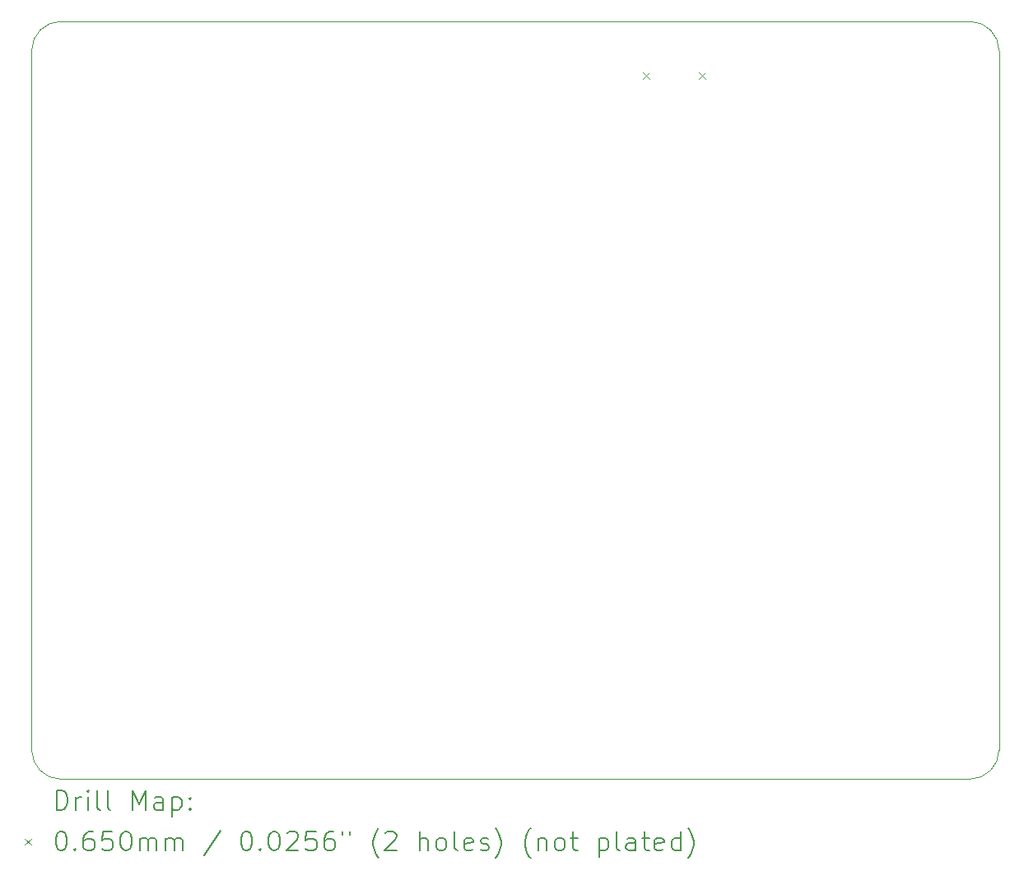
<source format=gbr>
%TF.GenerationSoftware,KiCad,Pcbnew,8.0.8-8.0.8-0~ubuntu22.04.1*%
%TF.CreationDate,2025-02-25T18:23:06-05:00*%
%TF.ProjectId,tinytapeout-demo,74696e79-7461-4706-956f-75742d64656d,2.1.2*%
%TF.SameCoordinates,PX38be5e0PY7d687e0*%
%TF.FileFunction,Drillmap*%
%TF.FilePolarity,Positive*%
%FSLAX45Y45*%
G04 Gerber Fmt 4.5, Leading zero omitted, Abs format (unit mm)*
G04 Created by KiCad (PCBNEW 8.0.8-8.0.8-0~ubuntu22.04.1) date 2025-02-25 18:23:06*
%MOMM*%
%LPD*%
G01*
G04 APERTURE LIST*
%ADD10C,0.100000*%
%ADD11C,0.200000*%
G04 APERTURE END LIST*
D10*
X15600000Y-5350000D02*
G75*
G02*
X15900000Y-5650000I0J-300000D01*
G01*
X6250000Y-5350000D02*
X15600000Y-5350000D01*
X15600000Y-13150000D02*
X6250000Y-13150000D01*
X15900000Y-5650000D02*
X15900000Y-12850000D01*
X6250000Y-13150000D02*
G75*
G02*
X5950000Y-12850000I0J300000D01*
G01*
X5950000Y-5650000D02*
G75*
G02*
X6250000Y-5350000I300000J0D01*
G01*
X5950000Y-12850000D02*
X5950000Y-5650000D01*
X15900000Y-12850000D02*
G75*
G02*
X15600000Y-13150000I-300000J0D01*
G01*
D11*
D10*
X12238500Y-5877500D02*
X12303500Y-5942500D01*
X12303500Y-5877500D02*
X12238500Y-5942500D01*
X12816500Y-5877500D02*
X12881500Y-5942500D01*
X12881500Y-5877500D02*
X12816500Y-5942500D01*
D11*
X6205777Y-13466484D02*
X6205777Y-13266484D01*
X6205777Y-13266484D02*
X6253396Y-13266484D01*
X6253396Y-13266484D02*
X6281967Y-13276008D01*
X6281967Y-13276008D02*
X6301015Y-13295055D01*
X6301015Y-13295055D02*
X6310539Y-13314103D01*
X6310539Y-13314103D02*
X6320062Y-13352198D01*
X6320062Y-13352198D02*
X6320062Y-13380769D01*
X6320062Y-13380769D02*
X6310539Y-13418865D01*
X6310539Y-13418865D02*
X6301015Y-13437912D01*
X6301015Y-13437912D02*
X6281967Y-13456960D01*
X6281967Y-13456960D02*
X6253396Y-13466484D01*
X6253396Y-13466484D02*
X6205777Y-13466484D01*
X6405777Y-13466484D02*
X6405777Y-13333150D01*
X6405777Y-13371246D02*
X6415301Y-13352198D01*
X6415301Y-13352198D02*
X6424824Y-13342674D01*
X6424824Y-13342674D02*
X6443872Y-13333150D01*
X6443872Y-13333150D02*
X6462920Y-13333150D01*
X6529586Y-13466484D02*
X6529586Y-13333150D01*
X6529586Y-13266484D02*
X6520062Y-13276008D01*
X6520062Y-13276008D02*
X6529586Y-13285531D01*
X6529586Y-13285531D02*
X6539110Y-13276008D01*
X6539110Y-13276008D02*
X6529586Y-13266484D01*
X6529586Y-13266484D02*
X6529586Y-13285531D01*
X6653396Y-13466484D02*
X6634348Y-13456960D01*
X6634348Y-13456960D02*
X6624824Y-13437912D01*
X6624824Y-13437912D02*
X6624824Y-13266484D01*
X6758158Y-13466484D02*
X6739110Y-13456960D01*
X6739110Y-13456960D02*
X6729586Y-13437912D01*
X6729586Y-13437912D02*
X6729586Y-13266484D01*
X6986729Y-13466484D02*
X6986729Y-13266484D01*
X6986729Y-13266484D02*
X7053396Y-13409341D01*
X7053396Y-13409341D02*
X7120062Y-13266484D01*
X7120062Y-13266484D02*
X7120062Y-13466484D01*
X7301015Y-13466484D02*
X7301015Y-13361722D01*
X7301015Y-13361722D02*
X7291491Y-13342674D01*
X7291491Y-13342674D02*
X7272443Y-13333150D01*
X7272443Y-13333150D02*
X7234348Y-13333150D01*
X7234348Y-13333150D02*
X7215301Y-13342674D01*
X7301015Y-13456960D02*
X7281967Y-13466484D01*
X7281967Y-13466484D02*
X7234348Y-13466484D01*
X7234348Y-13466484D02*
X7215301Y-13456960D01*
X7215301Y-13456960D02*
X7205777Y-13437912D01*
X7205777Y-13437912D02*
X7205777Y-13418865D01*
X7205777Y-13418865D02*
X7215301Y-13399817D01*
X7215301Y-13399817D02*
X7234348Y-13390293D01*
X7234348Y-13390293D02*
X7281967Y-13390293D01*
X7281967Y-13390293D02*
X7301015Y-13380769D01*
X7396253Y-13333150D02*
X7396253Y-13533150D01*
X7396253Y-13342674D02*
X7415301Y-13333150D01*
X7415301Y-13333150D02*
X7453396Y-13333150D01*
X7453396Y-13333150D02*
X7472443Y-13342674D01*
X7472443Y-13342674D02*
X7481967Y-13352198D01*
X7481967Y-13352198D02*
X7491491Y-13371246D01*
X7491491Y-13371246D02*
X7491491Y-13428388D01*
X7491491Y-13428388D02*
X7481967Y-13447436D01*
X7481967Y-13447436D02*
X7472443Y-13456960D01*
X7472443Y-13456960D02*
X7453396Y-13466484D01*
X7453396Y-13466484D02*
X7415301Y-13466484D01*
X7415301Y-13466484D02*
X7396253Y-13456960D01*
X7577205Y-13447436D02*
X7586729Y-13456960D01*
X7586729Y-13456960D02*
X7577205Y-13466484D01*
X7577205Y-13466484D02*
X7567682Y-13456960D01*
X7567682Y-13456960D02*
X7577205Y-13447436D01*
X7577205Y-13447436D02*
X7577205Y-13466484D01*
X7577205Y-13342674D02*
X7586729Y-13352198D01*
X7586729Y-13352198D02*
X7577205Y-13361722D01*
X7577205Y-13361722D02*
X7567682Y-13352198D01*
X7567682Y-13352198D02*
X7577205Y-13342674D01*
X7577205Y-13342674D02*
X7577205Y-13361722D01*
D10*
X5880000Y-13762500D02*
X5945000Y-13827500D01*
X5945000Y-13762500D02*
X5880000Y-13827500D01*
D11*
X6243872Y-13686484D02*
X6262920Y-13686484D01*
X6262920Y-13686484D02*
X6281967Y-13696008D01*
X6281967Y-13696008D02*
X6291491Y-13705531D01*
X6291491Y-13705531D02*
X6301015Y-13724579D01*
X6301015Y-13724579D02*
X6310539Y-13762674D01*
X6310539Y-13762674D02*
X6310539Y-13810293D01*
X6310539Y-13810293D02*
X6301015Y-13848388D01*
X6301015Y-13848388D02*
X6291491Y-13867436D01*
X6291491Y-13867436D02*
X6281967Y-13876960D01*
X6281967Y-13876960D02*
X6262920Y-13886484D01*
X6262920Y-13886484D02*
X6243872Y-13886484D01*
X6243872Y-13886484D02*
X6224824Y-13876960D01*
X6224824Y-13876960D02*
X6215301Y-13867436D01*
X6215301Y-13867436D02*
X6205777Y-13848388D01*
X6205777Y-13848388D02*
X6196253Y-13810293D01*
X6196253Y-13810293D02*
X6196253Y-13762674D01*
X6196253Y-13762674D02*
X6205777Y-13724579D01*
X6205777Y-13724579D02*
X6215301Y-13705531D01*
X6215301Y-13705531D02*
X6224824Y-13696008D01*
X6224824Y-13696008D02*
X6243872Y-13686484D01*
X6396253Y-13867436D02*
X6405777Y-13876960D01*
X6405777Y-13876960D02*
X6396253Y-13886484D01*
X6396253Y-13886484D02*
X6386729Y-13876960D01*
X6386729Y-13876960D02*
X6396253Y-13867436D01*
X6396253Y-13867436D02*
X6396253Y-13886484D01*
X6577205Y-13686484D02*
X6539110Y-13686484D01*
X6539110Y-13686484D02*
X6520062Y-13696008D01*
X6520062Y-13696008D02*
X6510539Y-13705531D01*
X6510539Y-13705531D02*
X6491491Y-13734103D01*
X6491491Y-13734103D02*
X6481967Y-13772198D01*
X6481967Y-13772198D02*
X6481967Y-13848388D01*
X6481967Y-13848388D02*
X6491491Y-13867436D01*
X6491491Y-13867436D02*
X6501015Y-13876960D01*
X6501015Y-13876960D02*
X6520062Y-13886484D01*
X6520062Y-13886484D02*
X6558158Y-13886484D01*
X6558158Y-13886484D02*
X6577205Y-13876960D01*
X6577205Y-13876960D02*
X6586729Y-13867436D01*
X6586729Y-13867436D02*
X6596253Y-13848388D01*
X6596253Y-13848388D02*
X6596253Y-13800769D01*
X6596253Y-13800769D02*
X6586729Y-13781722D01*
X6586729Y-13781722D02*
X6577205Y-13772198D01*
X6577205Y-13772198D02*
X6558158Y-13762674D01*
X6558158Y-13762674D02*
X6520062Y-13762674D01*
X6520062Y-13762674D02*
X6501015Y-13772198D01*
X6501015Y-13772198D02*
X6491491Y-13781722D01*
X6491491Y-13781722D02*
X6481967Y-13800769D01*
X6777205Y-13686484D02*
X6681967Y-13686484D01*
X6681967Y-13686484D02*
X6672443Y-13781722D01*
X6672443Y-13781722D02*
X6681967Y-13772198D01*
X6681967Y-13772198D02*
X6701015Y-13762674D01*
X6701015Y-13762674D02*
X6748634Y-13762674D01*
X6748634Y-13762674D02*
X6767682Y-13772198D01*
X6767682Y-13772198D02*
X6777205Y-13781722D01*
X6777205Y-13781722D02*
X6786729Y-13800769D01*
X6786729Y-13800769D02*
X6786729Y-13848388D01*
X6786729Y-13848388D02*
X6777205Y-13867436D01*
X6777205Y-13867436D02*
X6767682Y-13876960D01*
X6767682Y-13876960D02*
X6748634Y-13886484D01*
X6748634Y-13886484D02*
X6701015Y-13886484D01*
X6701015Y-13886484D02*
X6681967Y-13876960D01*
X6681967Y-13876960D02*
X6672443Y-13867436D01*
X6910539Y-13686484D02*
X6929586Y-13686484D01*
X6929586Y-13686484D02*
X6948634Y-13696008D01*
X6948634Y-13696008D02*
X6958158Y-13705531D01*
X6958158Y-13705531D02*
X6967682Y-13724579D01*
X6967682Y-13724579D02*
X6977205Y-13762674D01*
X6977205Y-13762674D02*
X6977205Y-13810293D01*
X6977205Y-13810293D02*
X6967682Y-13848388D01*
X6967682Y-13848388D02*
X6958158Y-13867436D01*
X6958158Y-13867436D02*
X6948634Y-13876960D01*
X6948634Y-13876960D02*
X6929586Y-13886484D01*
X6929586Y-13886484D02*
X6910539Y-13886484D01*
X6910539Y-13886484D02*
X6891491Y-13876960D01*
X6891491Y-13876960D02*
X6881967Y-13867436D01*
X6881967Y-13867436D02*
X6872443Y-13848388D01*
X6872443Y-13848388D02*
X6862920Y-13810293D01*
X6862920Y-13810293D02*
X6862920Y-13762674D01*
X6862920Y-13762674D02*
X6872443Y-13724579D01*
X6872443Y-13724579D02*
X6881967Y-13705531D01*
X6881967Y-13705531D02*
X6891491Y-13696008D01*
X6891491Y-13696008D02*
X6910539Y-13686484D01*
X7062920Y-13886484D02*
X7062920Y-13753150D01*
X7062920Y-13772198D02*
X7072443Y-13762674D01*
X7072443Y-13762674D02*
X7091491Y-13753150D01*
X7091491Y-13753150D02*
X7120063Y-13753150D01*
X7120063Y-13753150D02*
X7139110Y-13762674D01*
X7139110Y-13762674D02*
X7148634Y-13781722D01*
X7148634Y-13781722D02*
X7148634Y-13886484D01*
X7148634Y-13781722D02*
X7158158Y-13762674D01*
X7158158Y-13762674D02*
X7177205Y-13753150D01*
X7177205Y-13753150D02*
X7205777Y-13753150D01*
X7205777Y-13753150D02*
X7224824Y-13762674D01*
X7224824Y-13762674D02*
X7234348Y-13781722D01*
X7234348Y-13781722D02*
X7234348Y-13886484D01*
X7329586Y-13886484D02*
X7329586Y-13753150D01*
X7329586Y-13772198D02*
X7339110Y-13762674D01*
X7339110Y-13762674D02*
X7358158Y-13753150D01*
X7358158Y-13753150D02*
X7386729Y-13753150D01*
X7386729Y-13753150D02*
X7405777Y-13762674D01*
X7405777Y-13762674D02*
X7415301Y-13781722D01*
X7415301Y-13781722D02*
X7415301Y-13886484D01*
X7415301Y-13781722D02*
X7424824Y-13762674D01*
X7424824Y-13762674D02*
X7443872Y-13753150D01*
X7443872Y-13753150D02*
X7472443Y-13753150D01*
X7472443Y-13753150D02*
X7491491Y-13762674D01*
X7491491Y-13762674D02*
X7501015Y-13781722D01*
X7501015Y-13781722D02*
X7501015Y-13886484D01*
X7891491Y-13676960D02*
X7720063Y-13934103D01*
X8148634Y-13686484D02*
X8167682Y-13686484D01*
X8167682Y-13686484D02*
X8186729Y-13696008D01*
X8186729Y-13696008D02*
X8196253Y-13705531D01*
X8196253Y-13705531D02*
X8205777Y-13724579D01*
X8205777Y-13724579D02*
X8215301Y-13762674D01*
X8215301Y-13762674D02*
X8215301Y-13810293D01*
X8215301Y-13810293D02*
X8205777Y-13848388D01*
X8205777Y-13848388D02*
X8196253Y-13867436D01*
X8196253Y-13867436D02*
X8186729Y-13876960D01*
X8186729Y-13876960D02*
X8167682Y-13886484D01*
X8167682Y-13886484D02*
X8148634Y-13886484D01*
X8148634Y-13886484D02*
X8129586Y-13876960D01*
X8129586Y-13876960D02*
X8120063Y-13867436D01*
X8120063Y-13867436D02*
X8110539Y-13848388D01*
X8110539Y-13848388D02*
X8101015Y-13810293D01*
X8101015Y-13810293D02*
X8101015Y-13762674D01*
X8101015Y-13762674D02*
X8110539Y-13724579D01*
X8110539Y-13724579D02*
X8120063Y-13705531D01*
X8120063Y-13705531D02*
X8129586Y-13696008D01*
X8129586Y-13696008D02*
X8148634Y-13686484D01*
X8301015Y-13867436D02*
X8310539Y-13876960D01*
X8310539Y-13876960D02*
X8301015Y-13886484D01*
X8301015Y-13886484D02*
X8291491Y-13876960D01*
X8291491Y-13876960D02*
X8301015Y-13867436D01*
X8301015Y-13867436D02*
X8301015Y-13886484D01*
X8434348Y-13686484D02*
X8453396Y-13686484D01*
X8453396Y-13686484D02*
X8472444Y-13696008D01*
X8472444Y-13696008D02*
X8481968Y-13705531D01*
X8481968Y-13705531D02*
X8491491Y-13724579D01*
X8491491Y-13724579D02*
X8501015Y-13762674D01*
X8501015Y-13762674D02*
X8501015Y-13810293D01*
X8501015Y-13810293D02*
X8491491Y-13848388D01*
X8491491Y-13848388D02*
X8481968Y-13867436D01*
X8481968Y-13867436D02*
X8472444Y-13876960D01*
X8472444Y-13876960D02*
X8453396Y-13886484D01*
X8453396Y-13886484D02*
X8434348Y-13886484D01*
X8434348Y-13886484D02*
X8415301Y-13876960D01*
X8415301Y-13876960D02*
X8405777Y-13867436D01*
X8405777Y-13867436D02*
X8396253Y-13848388D01*
X8396253Y-13848388D02*
X8386729Y-13810293D01*
X8386729Y-13810293D02*
X8386729Y-13762674D01*
X8386729Y-13762674D02*
X8396253Y-13724579D01*
X8396253Y-13724579D02*
X8405777Y-13705531D01*
X8405777Y-13705531D02*
X8415301Y-13696008D01*
X8415301Y-13696008D02*
X8434348Y-13686484D01*
X8577206Y-13705531D02*
X8586729Y-13696008D01*
X8586729Y-13696008D02*
X8605777Y-13686484D01*
X8605777Y-13686484D02*
X8653396Y-13686484D01*
X8653396Y-13686484D02*
X8672444Y-13696008D01*
X8672444Y-13696008D02*
X8681968Y-13705531D01*
X8681968Y-13705531D02*
X8691491Y-13724579D01*
X8691491Y-13724579D02*
X8691491Y-13743627D01*
X8691491Y-13743627D02*
X8681968Y-13772198D01*
X8681968Y-13772198D02*
X8567682Y-13886484D01*
X8567682Y-13886484D02*
X8691491Y-13886484D01*
X8872444Y-13686484D02*
X8777206Y-13686484D01*
X8777206Y-13686484D02*
X8767682Y-13781722D01*
X8767682Y-13781722D02*
X8777206Y-13772198D01*
X8777206Y-13772198D02*
X8796253Y-13762674D01*
X8796253Y-13762674D02*
X8843872Y-13762674D01*
X8843872Y-13762674D02*
X8862920Y-13772198D01*
X8862920Y-13772198D02*
X8872444Y-13781722D01*
X8872444Y-13781722D02*
X8881968Y-13800769D01*
X8881968Y-13800769D02*
X8881968Y-13848388D01*
X8881968Y-13848388D02*
X8872444Y-13867436D01*
X8872444Y-13867436D02*
X8862920Y-13876960D01*
X8862920Y-13876960D02*
X8843872Y-13886484D01*
X8843872Y-13886484D02*
X8796253Y-13886484D01*
X8796253Y-13886484D02*
X8777206Y-13876960D01*
X8777206Y-13876960D02*
X8767682Y-13867436D01*
X9053396Y-13686484D02*
X9015301Y-13686484D01*
X9015301Y-13686484D02*
X8996253Y-13696008D01*
X8996253Y-13696008D02*
X8986729Y-13705531D01*
X8986729Y-13705531D02*
X8967682Y-13734103D01*
X8967682Y-13734103D02*
X8958158Y-13772198D01*
X8958158Y-13772198D02*
X8958158Y-13848388D01*
X8958158Y-13848388D02*
X8967682Y-13867436D01*
X8967682Y-13867436D02*
X8977206Y-13876960D01*
X8977206Y-13876960D02*
X8996253Y-13886484D01*
X8996253Y-13886484D02*
X9034349Y-13886484D01*
X9034349Y-13886484D02*
X9053396Y-13876960D01*
X9053396Y-13876960D02*
X9062920Y-13867436D01*
X9062920Y-13867436D02*
X9072444Y-13848388D01*
X9072444Y-13848388D02*
X9072444Y-13800769D01*
X9072444Y-13800769D02*
X9062920Y-13781722D01*
X9062920Y-13781722D02*
X9053396Y-13772198D01*
X9053396Y-13772198D02*
X9034349Y-13762674D01*
X9034349Y-13762674D02*
X8996253Y-13762674D01*
X8996253Y-13762674D02*
X8977206Y-13772198D01*
X8977206Y-13772198D02*
X8967682Y-13781722D01*
X8967682Y-13781722D02*
X8958158Y-13800769D01*
X9148634Y-13686484D02*
X9148634Y-13724579D01*
X9224825Y-13686484D02*
X9224825Y-13724579D01*
X9520063Y-13962674D02*
X9510539Y-13953150D01*
X9510539Y-13953150D02*
X9491491Y-13924579D01*
X9491491Y-13924579D02*
X9481968Y-13905531D01*
X9481968Y-13905531D02*
X9472444Y-13876960D01*
X9472444Y-13876960D02*
X9462920Y-13829341D01*
X9462920Y-13829341D02*
X9462920Y-13791246D01*
X9462920Y-13791246D02*
X9472444Y-13743627D01*
X9472444Y-13743627D02*
X9481968Y-13715055D01*
X9481968Y-13715055D02*
X9491491Y-13696008D01*
X9491491Y-13696008D02*
X9510539Y-13667436D01*
X9510539Y-13667436D02*
X9520063Y-13657912D01*
X9586730Y-13705531D02*
X9596253Y-13696008D01*
X9596253Y-13696008D02*
X9615301Y-13686484D01*
X9615301Y-13686484D02*
X9662920Y-13686484D01*
X9662920Y-13686484D02*
X9681968Y-13696008D01*
X9681968Y-13696008D02*
X9691491Y-13705531D01*
X9691491Y-13705531D02*
X9701015Y-13724579D01*
X9701015Y-13724579D02*
X9701015Y-13743627D01*
X9701015Y-13743627D02*
X9691491Y-13772198D01*
X9691491Y-13772198D02*
X9577206Y-13886484D01*
X9577206Y-13886484D02*
X9701015Y-13886484D01*
X9939111Y-13886484D02*
X9939111Y-13686484D01*
X10024825Y-13886484D02*
X10024825Y-13781722D01*
X10024825Y-13781722D02*
X10015301Y-13762674D01*
X10015301Y-13762674D02*
X9996253Y-13753150D01*
X9996253Y-13753150D02*
X9967682Y-13753150D01*
X9967682Y-13753150D02*
X9948634Y-13762674D01*
X9948634Y-13762674D02*
X9939111Y-13772198D01*
X10148634Y-13886484D02*
X10129587Y-13876960D01*
X10129587Y-13876960D02*
X10120063Y-13867436D01*
X10120063Y-13867436D02*
X10110539Y-13848388D01*
X10110539Y-13848388D02*
X10110539Y-13791246D01*
X10110539Y-13791246D02*
X10120063Y-13772198D01*
X10120063Y-13772198D02*
X10129587Y-13762674D01*
X10129587Y-13762674D02*
X10148634Y-13753150D01*
X10148634Y-13753150D02*
X10177206Y-13753150D01*
X10177206Y-13753150D02*
X10196253Y-13762674D01*
X10196253Y-13762674D02*
X10205777Y-13772198D01*
X10205777Y-13772198D02*
X10215301Y-13791246D01*
X10215301Y-13791246D02*
X10215301Y-13848388D01*
X10215301Y-13848388D02*
X10205777Y-13867436D01*
X10205777Y-13867436D02*
X10196253Y-13876960D01*
X10196253Y-13876960D02*
X10177206Y-13886484D01*
X10177206Y-13886484D02*
X10148634Y-13886484D01*
X10329587Y-13886484D02*
X10310539Y-13876960D01*
X10310539Y-13876960D02*
X10301015Y-13857912D01*
X10301015Y-13857912D02*
X10301015Y-13686484D01*
X10481968Y-13876960D02*
X10462920Y-13886484D01*
X10462920Y-13886484D02*
X10424825Y-13886484D01*
X10424825Y-13886484D02*
X10405777Y-13876960D01*
X10405777Y-13876960D02*
X10396253Y-13857912D01*
X10396253Y-13857912D02*
X10396253Y-13781722D01*
X10396253Y-13781722D02*
X10405777Y-13762674D01*
X10405777Y-13762674D02*
X10424825Y-13753150D01*
X10424825Y-13753150D02*
X10462920Y-13753150D01*
X10462920Y-13753150D02*
X10481968Y-13762674D01*
X10481968Y-13762674D02*
X10491492Y-13781722D01*
X10491492Y-13781722D02*
X10491492Y-13800769D01*
X10491492Y-13800769D02*
X10396253Y-13819817D01*
X10567682Y-13876960D02*
X10586730Y-13886484D01*
X10586730Y-13886484D02*
X10624825Y-13886484D01*
X10624825Y-13886484D02*
X10643873Y-13876960D01*
X10643873Y-13876960D02*
X10653396Y-13857912D01*
X10653396Y-13857912D02*
X10653396Y-13848388D01*
X10653396Y-13848388D02*
X10643873Y-13829341D01*
X10643873Y-13829341D02*
X10624825Y-13819817D01*
X10624825Y-13819817D02*
X10596253Y-13819817D01*
X10596253Y-13819817D02*
X10577206Y-13810293D01*
X10577206Y-13810293D02*
X10567682Y-13791246D01*
X10567682Y-13791246D02*
X10567682Y-13781722D01*
X10567682Y-13781722D02*
X10577206Y-13762674D01*
X10577206Y-13762674D02*
X10596253Y-13753150D01*
X10596253Y-13753150D02*
X10624825Y-13753150D01*
X10624825Y-13753150D02*
X10643873Y-13762674D01*
X10720063Y-13962674D02*
X10729587Y-13953150D01*
X10729587Y-13953150D02*
X10748634Y-13924579D01*
X10748634Y-13924579D02*
X10758158Y-13905531D01*
X10758158Y-13905531D02*
X10767682Y-13876960D01*
X10767682Y-13876960D02*
X10777206Y-13829341D01*
X10777206Y-13829341D02*
X10777206Y-13791246D01*
X10777206Y-13791246D02*
X10767682Y-13743627D01*
X10767682Y-13743627D02*
X10758158Y-13715055D01*
X10758158Y-13715055D02*
X10748634Y-13696008D01*
X10748634Y-13696008D02*
X10729587Y-13667436D01*
X10729587Y-13667436D02*
X10720063Y-13657912D01*
X11081968Y-13962674D02*
X11072444Y-13953150D01*
X11072444Y-13953150D02*
X11053396Y-13924579D01*
X11053396Y-13924579D02*
X11043873Y-13905531D01*
X11043873Y-13905531D02*
X11034349Y-13876960D01*
X11034349Y-13876960D02*
X11024825Y-13829341D01*
X11024825Y-13829341D02*
X11024825Y-13791246D01*
X11024825Y-13791246D02*
X11034349Y-13743627D01*
X11034349Y-13743627D02*
X11043873Y-13715055D01*
X11043873Y-13715055D02*
X11053396Y-13696008D01*
X11053396Y-13696008D02*
X11072444Y-13667436D01*
X11072444Y-13667436D02*
X11081968Y-13657912D01*
X11158158Y-13753150D02*
X11158158Y-13886484D01*
X11158158Y-13772198D02*
X11167682Y-13762674D01*
X11167682Y-13762674D02*
X11186730Y-13753150D01*
X11186730Y-13753150D02*
X11215301Y-13753150D01*
X11215301Y-13753150D02*
X11234349Y-13762674D01*
X11234349Y-13762674D02*
X11243872Y-13781722D01*
X11243872Y-13781722D02*
X11243872Y-13886484D01*
X11367682Y-13886484D02*
X11348634Y-13876960D01*
X11348634Y-13876960D02*
X11339111Y-13867436D01*
X11339111Y-13867436D02*
X11329587Y-13848388D01*
X11329587Y-13848388D02*
X11329587Y-13791246D01*
X11329587Y-13791246D02*
X11339111Y-13772198D01*
X11339111Y-13772198D02*
X11348634Y-13762674D01*
X11348634Y-13762674D02*
X11367682Y-13753150D01*
X11367682Y-13753150D02*
X11396253Y-13753150D01*
X11396253Y-13753150D02*
X11415301Y-13762674D01*
X11415301Y-13762674D02*
X11424825Y-13772198D01*
X11424825Y-13772198D02*
X11434349Y-13791246D01*
X11434349Y-13791246D02*
X11434349Y-13848388D01*
X11434349Y-13848388D02*
X11424825Y-13867436D01*
X11424825Y-13867436D02*
X11415301Y-13876960D01*
X11415301Y-13876960D02*
X11396253Y-13886484D01*
X11396253Y-13886484D02*
X11367682Y-13886484D01*
X11491492Y-13753150D02*
X11567682Y-13753150D01*
X11520063Y-13686484D02*
X11520063Y-13857912D01*
X11520063Y-13857912D02*
X11529587Y-13876960D01*
X11529587Y-13876960D02*
X11548634Y-13886484D01*
X11548634Y-13886484D02*
X11567682Y-13886484D01*
X11786730Y-13753150D02*
X11786730Y-13953150D01*
X11786730Y-13762674D02*
X11805777Y-13753150D01*
X11805777Y-13753150D02*
X11843873Y-13753150D01*
X11843873Y-13753150D02*
X11862920Y-13762674D01*
X11862920Y-13762674D02*
X11872444Y-13772198D01*
X11872444Y-13772198D02*
X11881968Y-13791246D01*
X11881968Y-13791246D02*
X11881968Y-13848388D01*
X11881968Y-13848388D02*
X11872444Y-13867436D01*
X11872444Y-13867436D02*
X11862920Y-13876960D01*
X11862920Y-13876960D02*
X11843873Y-13886484D01*
X11843873Y-13886484D02*
X11805777Y-13886484D01*
X11805777Y-13886484D02*
X11786730Y-13876960D01*
X11996253Y-13886484D02*
X11977206Y-13876960D01*
X11977206Y-13876960D02*
X11967682Y-13857912D01*
X11967682Y-13857912D02*
X11967682Y-13686484D01*
X12158158Y-13886484D02*
X12158158Y-13781722D01*
X12158158Y-13781722D02*
X12148634Y-13762674D01*
X12148634Y-13762674D02*
X12129587Y-13753150D01*
X12129587Y-13753150D02*
X12091492Y-13753150D01*
X12091492Y-13753150D02*
X12072444Y-13762674D01*
X12158158Y-13876960D02*
X12139111Y-13886484D01*
X12139111Y-13886484D02*
X12091492Y-13886484D01*
X12091492Y-13886484D02*
X12072444Y-13876960D01*
X12072444Y-13876960D02*
X12062920Y-13857912D01*
X12062920Y-13857912D02*
X12062920Y-13838865D01*
X12062920Y-13838865D02*
X12072444Y-13819817D01*
X12072444Y-13819817D02*
X12091492Y-13810293D01*
X12091492Y-13810293D02*
X12139111Y-13810293D01*
X12139111Y-13810293D02*
X12158158Y-13800769D01*
X12224825Y-13753150D02*
X12301015Y-13753150D01*
X12253396Y-13686484D02*
X12253396Y-13857912D01*
X12253396Y-13857912D02*
X12262920Y-13876960D01*
X12262920Y-13876960D02*
X12281968Y-13886484D01*
X12281968Y-13886484D02*
X12301015Y-13886484D01*
X12443873Y-13876960D02*
X12424825Y-13886484D01*
X12424825Y-13886484D02*
X12386730Y-13886484D01*
X12386730Y-13886484D02*
X12367682Y-13876960D01*
X12367682Y-13876960D02*
X12358158Y-13857912D01*
X12358158Y-13857912D02*
X12358158Y-13781722D01*
X12358158Y-13781722D02*
X12367682Y-13762674D01*
X12367682Y-13762674D02*
X12386730Y-13753150D01*
X12386730Y-13753150D02*
X12424825Y-13753150D01*
X12424825Y-13753150D02*
X12443873Y-13762674D01*
X12443873Y-13762674D02*
X12453396Y-13781722D01*
X12453396Y-13781722D02*
X12453396Y-13800769D01*
X12453396Y-13800769D02*
X12358158Y-13819817D01*
X12624825Y-13886484D02*
X12624825Y-13686484D01*
X12624825Y-13876960D02*
X12605777Y-13886484D01*
X12605777Y-13886484D02*
X12567682Y-13886484D01*
X12567682Y-13886484D02*
X12548634Y-13876960D01*
X12548634Y-13876960D02*
X12539111Y-13867436D01*
X12539111Y-13867436D02*
X12529587Y-13848388D01*
X12529587Y-13848388D02*
X12529587Y-13791246D01*
X12529587Y-13791246D02*
X12539111Y-13772198D01*
X12539111Y-13772198D02*
X12548634Y-13762674D01*
X12548634Y-13762674D02*
X12567682Y-13753150D01*
X12567682Y-13753150D02*
X12605777Y-13753150D01*
X12605777Y-13753150D02*
X12624825Y-13762674D01*
X12701015Y-13962674D02*
X12710539Y-13953150D01*
X12710539Y-13953150D02*
X12729587Y-13924579D01*
X12729587Y-13924579D02*
X12739111Y-13905531D01*
X12739111Y-13905531D02*
X12748634Y-13876960D01*
X12748634Y-13876960D02*
X12758158Y-13829341D01*
X12758158Y-13829341D02*
X12758158Y-13791246D01*
X12758158Y-13791246D02*
X12748634Y-13743627D01*
X12748634Y-13743627D02*
X12739111Y-13715055D01*
X12739111Y-13715055D02*
X12729587Y-13696008D01*
X12729587Y-13696008D02*
X12710539Y-13667436D01*
X12710539Y-13667436D02*
X12701015Y-13657912D01*
M02*

</source>
